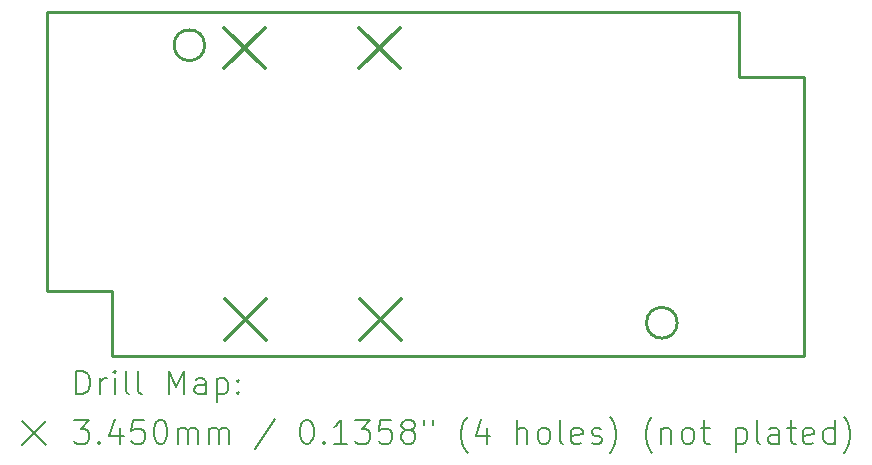
<source format=gbr>
%TF.GenerationSoftware,KiCad,Pcbnew,8.0.0-rc1*%
%TF.CreationDate,2025-03-11T15:01:52+03:00*%
%TF.ProjectId,KSS_MD_V1.0,4b53535f-4d44-45f5-9631-2e302e6b6963,rev?*%
%TF.SameCoordinates,Original*%
%TF.FileFunction,Drillmap*%
%TF.FilePolarity,Positive*%
%FSLAX45Y45*%
G04 Gerber Fmt 4.5, Leading zero omitted, Abs format (unit mm)*
G04 Created by KiCad (PCBNEW 8.0.0-rc1) date 2025-03-11 15:01:52*
%MOMM*%
%LPD*%
G01*
G04 APERTURE LIST*
%ADD10C,0.250000*%
%ADD11C,0.200000*%
%ADD12C,0.345000*%
G04 APERTURE END LIST*
D10*
X15726520Y-8155600D02*
X15176520Y-8155600D01*
X9316520Y-7605600D02*
X15176520Y-7605600D01*
X15176520Y-8155600D02*
X15176520Y-7605600D01*
X14651520Y-10235600D02*
G75*
G02*
X14391520Y-10235600I-130000J0D01*
G01*
X14391520Y-10235600D02*
G75*
G02*
X14651520Y-10235600I130000J0D01*
G01*
X9866520Y-9965600D02*
X9866520Y-10515600D01*
X15726520Y-8155600D02*
X15726520Y-10515600D01*
X9316520Y-9965600D02*
X9316520Y-7605600D01*
X15726520Y-10515600D02*
X9866520Y-10515600D01*
X9316520Y-9965600D02*
X9866520Y-9965600D01*
X10651520Y-7885600D02*
G75*
G02*
X10391520Y-7885600I-130000J0D01*
G01*
X10391520Y-7885600D02*
G75*
G02*
X10651520Y-7885600I130000J0D01*
G01*
D11*
D12*
X10813950Y-7736360D02*
X11158950Y-8081360D01*
X11158950Y-7736360D02*
X10813950Y-8081360D01*
X10824750Y-10037500D02*
X11169750Y-10382500D01*
X11169750Y-10037500D02*
X10824750Y-10382500D01*
X11956950Y-7736360D02*
X12301950Y-8081360D01*
X12301950Y-7736360D02*
X11956950Y-8081360D01*
X11967750Y-10037500D02*
X12312750Y-10382500D01*
X12312750Y-10037500D02*
X11967750Y-10382500D01*
D11*
X9564797Y-10839584D02*
X9564797Y-10639584D01*
X9564797Y-10639584D02*
X9612416Y-10639584D01*
X9612416Y-10639584D02*
X9640987Y-10649108D01*
X9640987Y-10649108D02*
X9660035Y-10668155D01*
X9660035Y-10668155D02*
X9669559Y-10687203D01*
X9669559Y-10687203D02*
X9679083Y-10725298D01*
X9679083Y-10725298D02*
X9679083Y-10753870D01*
X9679083Y-10753870D02*
X9669559Y-10791965D01*
X9669559Y-10791965D02*
X9660035Y-10811012D01*
X9660035Y-10811012D02*
X9640987Y-10830060D01*
X9640987Y-10830060D02*
X9612416Y-10839584D01*
X9612416Y-10839584D02*
X9564797Y-10839584D01*
X9764797Y-10839584D02*
X9764797Y-10706250D01*
X9764797Y-10744346D02*
X9774321Y-10725298D01*
X9774321Y-10725298D02*
X9783844Y-10715774D01*
X9783844Y-10715774D02*
X9802892Y-10706250D01*
X9802892Y-10706250D02*
X9821940Y-10706250D01*
X9888606Y-10839584D02*
X9888606Y-10706250D01*
X9888606Y-10639584D02*
X9879083Y-10649108D01*
X9879083Y-10649108D02*
X9888606Y-10658631D01*
X9888606Y-10658631D02*
X9898130Y-10649108D01*
X9898130Y-10649108D02*
X9888606Y-10639584D01*
X9888606Y-10639584D02*
X9888606Y-10658631D01*
X10012416Y-10839584D02*
X9993368Y-10830060D01*
X9993368Y-10830060D02*
X9983844Y-10811012D01*
X9983844Y-10811012D02*
X9983844Y-10639584D01*
X10117178Y-10839584D02*
X10098130Y-10830060D01*
X10098130Y-10830060D02*
X10088606Y-10811012D01*
X10088606Y-10811012D02*
X10088606Y-10639584D01*
X10345749Y-10839584D02*
X10345749Y-10639584D01*
X10345749Y-10639584D02*
X10412416Y-10782441D01*
X10412416Y-10782441D02*
X10479083Y-10639584D01*
X10479083Y-10639584D02*
X10479083Y-10839584D01*
X10660035Y-10839584D02*
X10660035Y-10734822D01*
X10660035Y-10734822D02*
X10650511Y-10715774D01*
X10650511Y-10715774D02*
X10631464Y-10706250D01*
X10631464Y-10706250D02*
X10593368Y-10706250D01*
X10593368Y-10706250D02*
X10574321Y-10715774D01*
X10660035Y-10830060D02*
X10640987Y-10839584D01*
X10640987Y-10839584D02*
X10593368Y-10839584D01*
X10593368Y-10839584D02*
X10574321Y-10830060D01*
X10574321Y-10830060D02*
X10564797Y-10811012D01*
X10564797Y-10811012D02*
X10564797Y-10791965D01*
X10564797Y-10791965D02*
X10574321Y-10772917D01*
X10574321Y-10772917D02*
X10593368Y-10763393D01*
X10593368Y-10763393D02*
X10640987Y-10763393D01*
X10640987Y-10763393D02*
X10660035Y-10753870D01*
X10755273Y-10706250D02*
X10755273Y-10906250D01*
X10755273Y-10715774D02*
X10774321Y-10706250D01*
X10774321Y-10706250D02*
X10812416Y-10706250D01*
X10812416Y-10706250D02*
X10831464Y-10715774D01*
X10831464Y-10715774D02*
X10840987Y-10725298D01*
X10840987Y-10725298D02*
X10850511Y-10744346D01*
X10850511Y-10744346D02*
X10850511Y-10801489D01*
X10850511Y-10801489D02*
X10840987Y-10820536D01*
X10840987Y-10820536D02*
X10831464Y-10830060D01*
X10831464Y-10830060D02*
X10812416Y-10839584D01*
X10812416Y-10839584D02*
X10774321Y-10839584D01*
X10774321Y-10839584D02*
X10755273Y-10830060D01*
X10936225Y-10820536D02*
X10945749Y-10830060D01*
X10945749Y-10830060D02*
X10936225Y-10839584D01*
X10936225Y-10839584D02*
X10926702Y-10830060D01*
X10926702Y-10830060D02*
X10936225Y-10820536D01*
X10936225Y-10820536D02*
X10936225Y-10839584D01*
X10936225Y-10715774D02*
X10945749Y-10725298D01*
X10945749Y-10725298D02*
X10936225Y-10734822D01*
X10936225Y-10734822D02*
X10926702Y-10725298D01*
X10926702Y-10725298D02*
X10936225Y-10715774D01*
X10936225Y-10715774D02*
X10936225Y-10734822D01*
X9104020Y-11068100D02*
X9304020Y-11268100D01*
X9304020Y-11068100D02*
X9104020Y-11268100D01*
X9545749Y-11059584D02*
X9669559Y-11059584D01*
X9669559Y-11059584D02*
X9602892Y-11135774D01*
X9602892Y-11135774D02*
X9631464Y-11135774D01*
X9631464Y-11135774D02*
X9650511Y-11145298D01*
X9650511Y-11145298D02*
X9660035Y-11154822D01*
X9660035Y-11154822D02*
X9669559Y-11173870D01*
X9669559Y-11173870D02*
X9669559Y-11221488D01*
X9669559Y-11221488D02*
X9660035Y-11240536D01*
X9660035Y-11240536D02*
X9650511Y-11250060D01*
X9650511Y-11250060D02*
X9631464Y-11259584D01*
X9631464Y-11259584D02*
X9574321Y-11259584D01*
X9574321Y-11259584D02*
X9555273Y-11250060D01*
X9555273Y-11250060D02*
X9545749Y-11240536D01*
X9755273Y-11240536D02*
X9764797Y-11250060D01*
X9764797Y-11250060D02*
X9755273Y-11259584D01*
X9755273Y-11259584D02*
X9745749Y-11250060D01*
X9745749Y-11250060D02*
X9755273Y-11240536D01*
X9755273Y-11240536D02*
X9755273Y-11259584D01*
X9936225Y-11126250D02*
X9936225Y-11259584D01*
X9888606Y-11050060D02*
X9840987Y-11192917D01*
X9840987Y-11192917D02*
X9964797Y-11192917D01*
X10136225Y-11059584D02*
X10040987Y-11059584D01*
X10040987Y-11059584D02*
X10031464Y-11154822D01*
X10031464Y-11154822D02*
X10040987Y-11145298D01*
X10040987Y-11145298D02*
X10060035Y-11135774D01*
X10060035Y-11135774D02*
X10107654Y-11135774D01*
X10107654Y-11135774D02*
X10126702Y-11145298D01*
X10126702Y-11145298D02*
X10136225Y-11154822D01*
X10136225Y-11154822D02*
X10145749Y-11173870D01*
X10145749Y-11173870D02*
X10145749Y-11221488D01*
X10145749Y-11221488D02*
X10136225Y-11240536D01*
X10136225Y-11240536D02*
X10126702Y-11250060D01*
X10126702Y-11250060D02*
X10107654Y-11259584D01*
X10107654Y-11259584D02*
X10060035Y-11259584D01*
X10060035Y-11259584D02*
X10040987Y-11250060D01*
X10040987Y-11250060D02*
X10031464Y-11240536D01*
X10269559Y-11059584D02*
X10288606Y-11059584D01*
X10288606Y-11059584D02*
X10307654Y-11069108D01*
X10307654Y-11069108D02*
X10317178Y-11078631D01*
X10317178Y-11078631D02*
X10326702Y-11097679D01*
X10326702Y-11097679D02*
X10336225Y-11135774D01*
X10336225Y-11135774D02*
X10336225Y-11183393D01*
X10336225Y-11183393D02*
X10326702Y-11221488D01*
X10326702Y-11221488D02*
X10317178Y-11240536D01*
X10317178Y-11240536D02*
X10307654Y-11250060D01*
X10307654Y-11250060D02*
X10288606Y-11259584D01*
X10288606Y-11259584D02*
X10269559Y-11259584D01*
X10269559Y-11259584D02*
X10250511Y-11250060D01*
X10250511Y-11250060D02*
X10240987Y-11240536D01*
X10240987Y-11240536D02*
X10231464Y-11221488D01*
X10231464Y-11221488D02*
X10221940Y-11183393D01*
X10221940Y-11183393D02*
X10221940Y-11135774D01*
X10221940Y-11135774D02*
X10231464Y-11097679D01*
X10231464Y-11097679D02*
X10240987Y-11078631D01*
X10240987Y-11078631D02*
X10250511Y-11069108D01*
X10250511Y-11069108D02*
X10269559Y-11059584D01*
X10421940Y-11259584D02*
X10421940Y-11126250D01*
X10421940Y-11145298D02*
X10431464Y-11135774D01*
X10431464Y-11135774D02*
X10450511Y-11126250D01*
X10450511Y-11126250D02*
X10479083Y-11126250D01*
X10479083Y-11126250D02*
X10498130Y-11135774D01*
X10498130Y-11135774D02*
X10507654Y-11154822D01*
X10507654Y-11154822D02*
X10507654Y-11259584D01*
X10507654Y-11154822D02*
X10517178Y-11135774D01*
X10517178Y-11135774D02*
X10536225Y-11126250D01*
X10536225Y-11126250D02*
X10564797Y-11126250D01*
X10564797Y-11126250D02*
X10583845Y-11135774D01*
X10583845Y-11135774D02*
X10593368Y-11154822D01*
X10593368Y-11154822D02*
X10593368Y-11259584D01*
X10688606Y-11259584D02*
X10688606Y-11126250D01*
X10688606Y-11145298D02*
X10698130Y-11135774D01*
X10698130Y-11135774D02*
X10717178Y-11126250D01*
X10717178Y-11126250D02*
X10745749Y-11126250D01*
X10745749Y-11126250D02*
X10764797Y-11135774D01*
X10764797Y-11135774D02*
X10774321Y-11154822D01*
X10774321Y-11154822D02*
X10774321Y-11259584D01*
X10774321Y-11154822D02*
X10783845Y-11135774D01*
X10783845Y-11135774D02*
X10802892Y-11126250D01*
X10802892Y-11126250D02*
X10831464Y-11126250D01*
X10831464Y-11126250D02*
X10850511Y-11135774D01*
X10850511Y-11135774D02*
X10860035Y-11154822D01*
X10860035Y-11154822D02*
X10860035Y-11259584D01*
X11250511Y-11050060D02*
X11079083Y-11307203D01*
X11507654Y-11059584D02*
X11526702Y-11059584D01*
X11526702Y-11059584D02*
X11545749Y-11069108D01*
X11545749Y-11069108D02*
X11555273Y-11078631D01*
X11555273Y-11078631D02*
X11564797Y-11097679D01*
X11564797Y-11097679D02*
X11574321Y-11135774D01*
X11574321Y-11135774D02*
X11574321Y-11183393D01*
X11574321Y-11183393D02*
X11564797Y-11221488D01*
X11564797Y-11221488D02*
X11555273Y-11240536D01*
X11555273Y-11240536D02*
X11545749Y-11250060D01*
X11545749Y-11250060D02*
X11526702Y-11259584D01*
X11526702Y-11259584D02*
X11507654Y-11259584D01*
X11507654Y-11259584D02*
X11488606Y-11250060D01*
X11488606Y-11250060D02*
X11479083Y-11240536D01*
X11479083Y-11240536D02*
X11469559Y-11221488D01*
X11469559Y-11221488D02*
X11460035Y-11183393D01*
X11460035Y-11183393D02*
X11460035Y-11135774D01*
X11460035Y-11135774D02*
X11469559Y-11097679D01*
X11469559Y-11097679D02*
X11479083Y-11078631D01*
X11479083Y-11078631D02*
X11488606Y-11069108D01*
X11488606Y-11069108D02*
X11507654Y-11059584D01*
X11660035Y-11240536D02*
X11669559Y-11250060D01*
X11669559Y-11250060D02*
X11660035Y-11259584D01*
X11660035Y-11259584D02*
X11650511Y-11250060D01*
X11650511Y-11250060D02*
X11660035Y-11240536D01*
X11660035Y-11240536D02*
X11660035Y-11259584D01*
X11860035Y-11259584D02*
X11745749Y-11259584D01*
X11802892Y-11259584D02*
X11802892Y-11059584D01*
X11802892Y-11059584D02*
X11783845Y-11088155D01*
X11783845Y-11088155D02*
X11764797Y-11107203D01*
X11764797Y-11107203D02*
X11745749Y-11116727D01*
X11926702Y-11059584D02*
X12050511Y-11059584D01*
X12050511Y-11059584D02*
X11983845Y-11135774D01*
X11983845Y-11135774D02*
X12012416Y-11135774D01*
X12012416Y-11135774D02*
X12031464Y-11145298D01*
X12031464Y-11145298D02*
X12040987Y-11154822D01*
X12040987Y-11154822D02*
X12050511Y-11173870D01*
X12050511Y-11173870D02*
X12050511Y-11221488D01*
X12050511Y-11221488D02*
X12040987Y-11240536D01*
X12040987Y-11240536D02*
X12031464Y-11250060D01*
X12031464Y-11250060D02*
X12012416Y-11259584D01*
X12012416Y-11259584D02*
X11955273Y-11259584D01*
X11955273Y-11259584D02*
X11936226Y-11250060D01*
X11936226Y-11250060D02*
X11926702Y-11240536D01*
X12231464Y-11059584D02*
X12136226Y-11059584D01*
X12136226Y-11059584D02*
X12126702Y-11154822D01*
X12126702Y-11154822D02*
X12136226Y-11145298D01*
X12136226Y-11145298D02*
X12155273Y-11135774D01*
X12155273Y-11135774D02*
X12202892Y-11135774D01*
X12202892Y-11135774D02*
X12221940Y-11145298D01*
X12221940Y-11145298D02*
X12231464Y-11154822D01*
X12231464Y-11154822D02*
X12240987Y-11173870D01*
X12240987Y-11173870D02*
X12240987Y-11221488D01*
X12240987Y-11221488D02*
X12231464Y-11240536D01*
X12231464Y-11240536D02*
X12221940Y-11250060D01*
X12221940Y-11250060D02*
X12202892Y-11259584D01*
X12202892Y-11259584D02*
X12155273Y-11259584D01*
X12155273Y-11259584D02*
X12136226Y-11250060D01*
X12136226Y-11250060D02*
X12126702Y-11240536D01*
X12355273Y-11145298D02*
X12336226Y-11135774D01*
X12336226Y-11135774D02*
X12326702Y-11126250D01*
X12326702Y-11126250D02*
X12317178Y-11107203D01*
X12317178Y-11107203D02*
X12317178Y-11097679D01*
X12317178Y-11097679D02*
X12326702Y-11078631D01*
X12326702Y-11078631D02*
X12336226Y-11069108D01*
X12336226Y-11069108D02*
X12355273Y-11059584D01*
X12355273Y-11059584D02*
X12393368Y-11059584D01*
X12393368Y-11059584D02*
X12412416Y-11069108D01*
X12412416Y-11069108D02*
X12421940Y-11078631D01*
X12421940Y-11078631D02*
X12431464Y-11097679D01*
X12431464Y-11097679D02*
X12431464Y-11107203D01*
X12431464Y-11107203D02*
X12421940Y-11126250D01*
X12421940Y-11126250D02*
X12412416Y-11135774D01*
X12412416Y-11135774D02*
X12393368Y-11145298D01*
X12393368Y-11145298D02*
X12355273Y-11145298D01*
X12355273Y-11145298D02*
X12336226Y-11154822D01*
X12336226Y-11154822D02*
X12326702Y-11164346D01*
X12326702Y-11164346D02*
X12317178Y-11183393D01*
X12317178Y-11183393D02*
X12317178Y-11221488D01*
X12317178Y-11221488D02*
X12326702Y-11240536D01*
X12326702Y-11240536D02*
X12336226Y-11250060D01*
X12336226Y-11250060D02*
X12355273Y-11259584D01*
X12355273Y-11259584D02*
X12393368Y-11259584D01*
X12393368Y-11259584D02*
X12412416Y-11250060D01*
X12412416Y-11250060D02*
X12421940Y-11240536D01*
X12421940Y-11240536D02*
X12431464Y-11221488D01*
X12431464Y-11221488D02*
X12431464Y-11183393D01*
X12431464Y-11183393D02*
X12421940Y-11164346D01*
X12421940Y-11164346D02*
X12412416Y-11154822D01*
X12412416Y-11154822D02*
X12393368Y-11145298D01*
X12507654Y-11059584D02*
X12507654Y-11097679D01*
X12583845Y-11059584D02*
X12583845Y-11097679D01*
X12879083Y-11335774D02*
X12869559Y-11326250D01*
X12869559Y-11326250D02*
X12850511Y-11297679D01*
X12850511Y-11297679D02*
X12840988Y-11278631D01*
X12840988Y-11278631D02*
X12831464Y-11250060D01*
X12831464Y-11250060D02*
X12821940Y-11202441D01*
X12821940Y-11202441D02*
X12821940Y-11164346D01*
X12821940Y-11164346D02*
X12831464Y-11116727D01*
X12831464Y-11116727D02*
X12840988Y-11088155D01*
X12840988Y-11088155D02*
X12850511Y-11069108D01*
X12850511Y-11069108D02*
X12869559Y-11040536D01*
X12869559Y-11040536D02*
X12879083Y-11031012D01*
X13040988Y-11126250D02*
X13040988Y-11259584D01*
X12993368Y-11050060D02*
X12945749Y-11192917D01*
X12945749Y-11192917D02*
X13069559Y-11192917D01*
X13298130Y-11259584D02*
X13298130Y-11059584D01*
X13383845Y-11259584D02*
X13383845Y-11154822D01*
X13383845Y-11154822D02*
X13374321Y-11135774D01*
X13374321Y-11135774D02*
X13355273Y-11126250D01*
X13355273Y-11126250D02*
X13326702Y-11126250D01*
X13326702Y-11126250D02*
X13307654Y-11135774D01*
X13307654Y-11135774D02*
X13298130Y-11145298D01*
X13507654Y-11259584D02*
X13488607Y-11250060D01*
X13488607Y-11250060D02*
X13479083Y-11240536D01*
X13479083Y-11240536D02*
X13469559Y-11221488D01*
X13469559Y-11221488D02*
X13469559Y-11164346D01*
X13469559Y-11164346D02*
X13479083Y-11145298D01*
X13479083Y-11145298D02*
X13488607Y-11135774D01*
X13488607Y-11135774D02*
X13507654Y-11126250D01*
X13507654Y-11126250D02*
X13536226Y-11126250D01*
X13536226Y-11126250D02*
X13555273Y-11135774D01*
X13555273Y-11135774D02*
X13564797Y-11145298D01*
X13564797Y-11145298D02*
X13574321Y-11164346D01*
X13574321Y-11164346D02*
X13574321Y-11221488D01*
X13574321Y-11221488D02*
X13564797Y-11240536D01*
X13564797Y-11240536D02*
X13555273Y-11250060D01*
X13555273Y-11250060D02*
X13536226Y-11259584D01*
X13536226Y-11259584D02*
X13507654Y-11259584D01*
X13688607Y-11259584D02*
X13669559Y-11250060D01*
X13669559Y-11250060D02*
X13660035Y-11231012D01*
X13660035Y-11231012D02*
X13660035Y-11059584D01*
X13840988Y-11250060D02*
X13821940Y-11259584D01*
X13821940Y-11259584D02*
X13783845Y-11259584D01*
X13783845Y-11259584D02*
X13764797Y-11250060D01*
X13764797Y-11250060D02*
X13755273Y-11231012D01*
X13755273Y-11231012D02*
X13755273Y-11154822D01*
X13755273Y-11154822D02*
X13764797Y-11135774D01*
X13764797Y-11135774D02*
X13783845Y-11126250D01*
X13783845Y-11126250D02*
X13821940Y-11126250D01*
X13821940Y-11126250D02*
X13840988Y-11135774D01*
X13840988Y-11135774D02*
X13850511Y-11154822D01*
X13850511Y-11154822D02*
X13850511Y-11173870D01*
X13850511Y-11173870D02*
X13755273Y-11192917D01*
X13926702Y-11250060D02*
X13945750Y-11259584D01*
X13945750Y-11259584D02*
X13983845Y-11259584D01*
X13983845Y-11259584D02*
X14002892Y-11250060D01*
X14002892Y-11250060D02*
X14012416Y-11231012D01*
X14012416Y-11231012D02*
X14012416Y-11221488D01*
X14012416Y-11221488D02*
X14002892Y-11202441D01*
X14002892Y-11202441D02*
X13983845Y-11192917D01*
X13983845Y-11192917D02*
X13955273Y-11192917D01*
X13955273Y-11192917D02*
X13936226Y-11183393D01*
X13936226Y-11183393D02*
X13926702Y-11164346D01*
X13926702Y-11164346D02*
X13926702Y-11154822D01*
X13926702Y-11154822D02*
X13936226Y-11135774D01*
X13936226Y-11135774D02*
X13955273Y-11126250D01*
X13955273Y-11126250D02*
X13983845Y-11126250D01*
X13983845Y-11126250D02*
X14002892Y-11135774D01*
X14079083Y-11335774D02*
X14088607Y-11326250D01*
X14088607Y-11326250D02*
X14107654Y-11297679D01*
X14107654Y-11297679D02*
X14117178Y-11278631D01*
X14117178Y-11278631D02*
X14126702Y-11250060D01*
X14126702Y-11250060D02*
X14136226Y-11202441D01*
X14136226Y-11202441D02*
X14136226Y-11164346D01*
X14136226Y-11164346D02*
X14126702Y-11116727D01*
X14126702Y-11116727D02*
X14117178Y-11088155D01*
X14117178Y-11088155D02*
X14107654Y-11069108D01*
X14107654Y-11069108D02*
X14088607Y-11040536D01*
X14088607Y-11040536D02*
X14079083Y-11031012D01*
X14440988Y-11335774D02*
X14431464Y-11326250D01*
X14431464Y-11326250D02*
X14412416Y-11297679D01*
X14412416Y-11297679D02*
X14402892Y-11278631D01*
X14402892Y-11278631D02*
X14393369Y-11250060D01*
X14393369Y-11250060D02*
X14383845Y-11202441D01*
X14383845Y-11202441D02*
X14383845Y-11164346D01*
X14383845Y-11164346D02*
X14393369Y-11116727D01*
X14393369Y-11116727D02*
X14402892Y-11088155D01*
X14402892Y-11088155D02*
X14412416Y-11069108D01*
X14412416Y-11069108D02*
X14431464Y-11040536D01*
X14431464Y-11040536D02*
X14440988Y-11031012D01*
X14517178Y-11126250D02*
X14517178Y-11259584D01*
X14517178Y-11145298D02*
X14526702Y-11135774D01*
X14526702Y-11135774D02*
X14545750Y-11126250D01*
X14545750Y-11126250D02*
X14574321Y-11126250D01*
X14574321Y-11126250D02*
X14593369Y-11135774D01*
X14593369Y-11135774D02*
X14602892Y-11154822D01*
X14602892Y-11154822D02*
X14602892Y-11259584D01*
X14726702Y-11259584D02*
X14707654Y-11250060D01*
X14707654Y-11250060D02*
X14698131Y-11240536D01*
X14698131Y-11240536D02*
X14688607Y-11221488D01*
X14688607Y-11221488D02*
X14688607Y-11164346D01*
X14688607Y-11164346D02*
X14698131Y-11145298D01*
X14698131Y-11145298D02*
X14707654Y-11135774D01*
X14707654Y-11135774D02*
X14726702Y-11126250D01*
X14726702Y-11126250D02*
X14755273Y-11126250D01*
X14755273Y-11126250D02*
X14774321Y-11135774D01*
X14774321Y-11135774D02*
X14783845Y-11145298D01*
X14783845Y-11145298D02*
X14793369Y-11164346D01*
X14793369Y-11164346D02*
X14793369Y-11221488D01*
X14793369Y-11221488D02*
X14783845Y-11240536D01*
X14783845Y-11240536D02*
X14774321Y-11250060D01*
X14774321Y-11250060D02*
X14755273Y-11259584D01*
X14755273Y-11259584D02*
X14726702Y-11259584D01*
X14850512Y-11126250D02*
X14926702Y-11126250D01*
X14879083Y-11059584D02*
X14879083Y-11231012D01*
X14879083Y-11231012D02*
X14888607Y-11250060D01*
X14888607Y-11250060D02*
X14907654Y-11259584D01*
X14907654Y-11259584D02*
X14926702Y-11259584D01*
X15145750Y-11126250D02*
X15145750Y-11326250D01*
X15145750Y-11135774D02*
X15164797Y-11126250D01*
X15164797Y-11126250D02*
X15202893Y-11126250D01*
X15202893Y-11126250D02*
X15221940Y-11135774D01*
X15221940Y-11135774D02*
X15231464Y-11145298D01*
X15231464Y-11145298D02*
X15240988Y-11164346D01*
X15240988Y-11164346D02*
X15240988Y-11221488D01*
X15240988Y-11221488D02*
X15231464Y-11240536D01*
X15231464Y-11240536D02*
X15221940Y-11250060D01*
X15221940Y-11250060D02*
X15202893Y-11259584D01*
X15202893Y-11259584D02*
X15164797Y-11259584D01*
X15164797Y-11259584D02*
X15145750Y-11250060D01*
X15355273Y-11259584D02*
X15336226Y-11250060D01*
X15336226Y-11250060D02*
X15326702Y-11231012D01*
X15326702Y-11231012D02*
X15326702Y-11059584D01*
X15517178Y-11259584D02*
X15517178Y-11154822D01*
X15517178Y-11154822D02*
X15507654Y-11135774D01*
X15507654Y-11135774D02*
X15488607Y-11126250D01*
X15488607Y-11126250D02*
X15450512Y-11126250D01*
X15450512Y-11126250D02*
X15431464Y-11135774D01*
X15517178Y-11250060D02*
X15498131Y-11259584D01*
X15498131Y-11259584D02*
X15450512Y-11259584D01*
X15450512Y-11259584D02*
X15431464Y-11250060D01*
X15431464Y-11250060D02*
X15421940Y-11231012D01*
X15421940Y-11231012D02*
X15421940Y-11211965D01*
X15421940Y-11211965D02*
X15431464Y-11192917D01*
X15431464Y-11192917D02*
X15450512Y-11183393D01*
X15450512Y-11183393D02*
X15498131Y-11183393D01*
X15498131Y-11183393D02*
X15517178Y-11173870D01*
X15583845Y-11126250D02*
X15660035Y-11126250D01*
X15612416Y-11059584D02*
X15612416Y-11231012D01*
X15612416Y-11231012D02*
X15621940Y-11250060D01*
X15621940Y-11250060D02*
X15640988Y-11259584D01*
X15640988Y-11259584D02*
X15660035Y-11259584D01*
X15802893Y-11250060D02*
X15783845Y-11259584D01*
X15783845Y-11259584D02*
X15745750Y-11259584D01*
X15745750Y-11259584D02*
X15726702Y-11250060D01*
X15726702Y-11250060D02*
X15717178Y-11231012D01*
X15717178Y-11231012D02*
X15717178Y-11154822D01*
X15717178Y-11154822D02*
X15726702Y-11135774D01*
X15726702Y-11135774D02*
X15745750Y-11126250D01*
X15745750Y-11126250D02*
X15783845Y-11126250D01*
X15783845Y-11126250D02*
X15802893Y-11135774D01*
X15802893Y-11135774D02*
X15812416Y-11154822D01*
X15812416Y-11154822D02*
X15812416Y-11173870D01*
X15812416Y-11173870D02*
X15717178Y-11192917D01*
X15983845Y-11259584D02*
X15983845Y-11059584D01*
X15983845Y-11250060D02*
X15964797Y-11259584D01*
X15964797Y-11259584D02*
X15926702Y-11259584D01*
X15926702Y-11259584D02*
X15907654Y-11250060D01*
X15907654Y-11250060D02*
X15898131Y-11240536D01*
X15898131Y-11240536D02*
X15888607Y-11221488D01*
X15888607Y-11221488D02*
X15888607Y-11164346D01*
X15888607Y-11164346D02*
X15898131Y-11145298D01*
X15898131Y-11145298D02*
X15907654Y-11135774D01*
X15907654Y-11135774D02*
X15926702Y-11126250D01*
X15926702Y-11126250D02*
X15964797Y-11126250D01*
X15964797Y-11126250D02*
X15983845Y-11135774D01*
X16060035Y-11335774D02*
X16069559Y-11326250D01*
X16069559Y-11326250D02*
X16088607Y-11297679D01*
X16088607Y-11297679D02*
X16098131Y-11278631D01*
X16098131Y-11278631D02*
X16107654Y-11250060D01*
X16107654Y-11250060D02*
X16117178Y-11202441D01*
X16117178Y-11202441D02*
X16117178Y-11164346D01*
X16117178Y-11164346D02*
X16107654Y-11116727D01*
X16107654Y-11116727D02*
X16098131Y-11088155D01*
X16098131Y-11088155D02*
X16088607Y-11069108D01*
X16088607Y-11069108D02*
X16069559Y-11040536D01*
X16069559Y-11040536D02*
X16060035Y-11031012D01*
M02*

</source>
